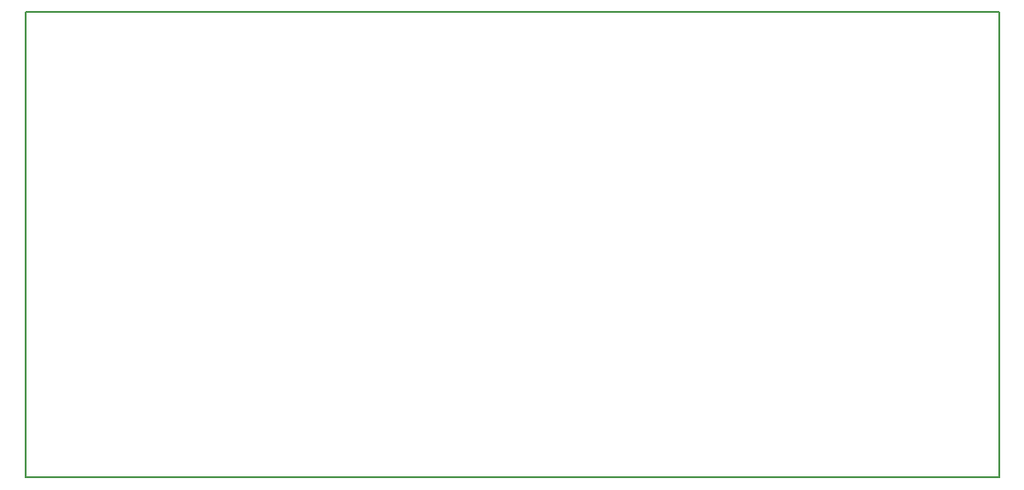
<source format=gm1>
G04 #@! TF.FileFunction,Profile,NP*
%FSLAX46Y46*%
G04 Gerber Fmt 4.6, Leading zero omitted, Abs format (unit mm)*
G04 Created by KiCad (PCBNEW 4.0.6) date Mon Jun  5 15:03:05 2017*
%MOMM*%
%LPD*%
G01*
G04 APERTURE LIST*
%ADD10C,0.100000*%
%ADD11C,0.150000*%
G04 APERTURE END LIST*
D10*
D11*
X106000000Y-105000000D02*
X106000000Y-62000000D01*
X196000000Y-105000000D02*
X106000000Y-105000000D01*
X196000000Y-62000000D02*
X196000000Y-105000000D01*
X106000000Y-62000000D02*
X196000000Y-62000000D01*
M02*

</source>
